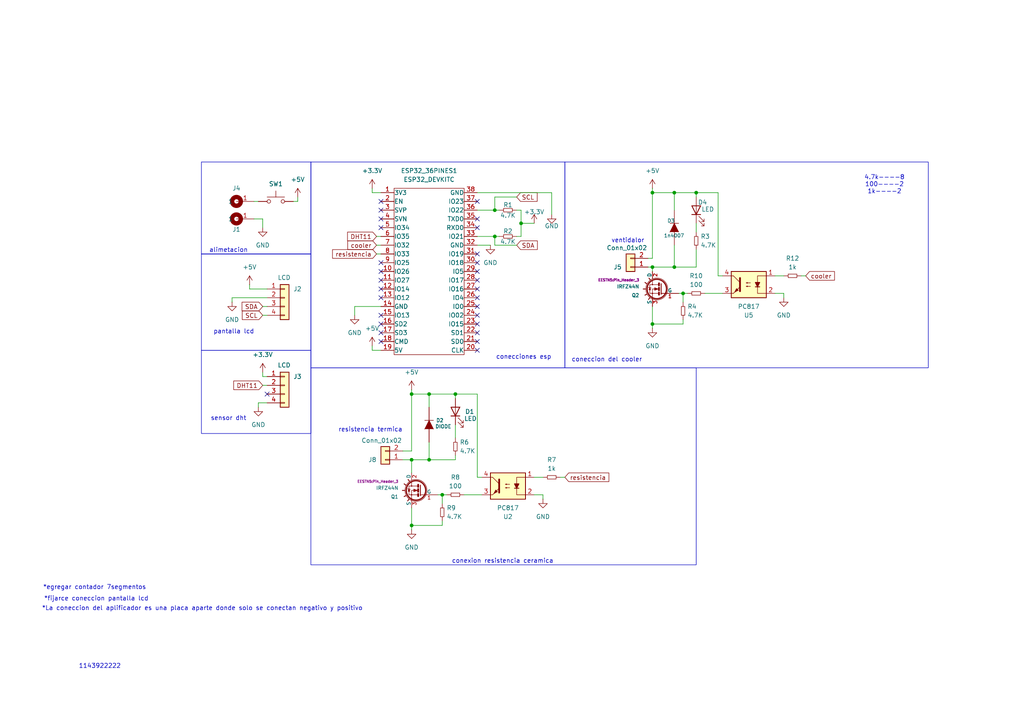
<source format=kicad_sch>
(kicad_sch (version 20231120) (generator "eeschema") (generator_version "8.0")
  (paper "A4")
  (lib_symbols
    (symbol "Connector_Generic:Conn_01x02" (pin_names (offset 1.016) hide)
      (property "Reference" "J" (at 0 2.54 0))
      (property "Value" "Conn_01x02" (at 0 -5.08 0))
      (symbol "Conn_01x02_1_1"
        (rectangle (start -1.27 -2.413) (end 0 -2.667) (stroke (width 0.1524)))
        (rectangle (start -1.27 0.127) (end 0 -0.127) (stroke (width 0.1524)))
        (rectangle (start -1.27 1.27) (end 1.27 -3.81) (stroke (width 0.254)) (fill (type background)))
        (pin passive line (at -5.08 0 0) (length 3.81) (name "Pin_1") (number "1"))
        (pin passive line (at -5.08 -2.54 0) (length 3.81) (name "Pin_2") (number "2"))
      )
    )
    (symbol "Device:LED" (pin_numbers hide) (pin_names (offset 1.016) hide)
      (property "Reference" "D" (at 0 2.54 0))
      (property "Value" "LED" (at 0 -2.54 0))
      (symbol "LED_0_1"
        (polyline (pts (xy -1.27 -1.27) (xy -1.27 1.27)) (stroke (width 0.254)))
        (polyline (pts (xy -1.27 0) (xy 1.27 0)))
        (polyline (pts (xy 1.27 -1.27) (xy 1.27 1.27) (xy -1.27 0) (xy 1.27 -1.27)) (stroke (width 0.254)))
        (polyline (pts (xy -3.048 -0.762) (xy -4.572 -2.286) (xy -3.81 -2.286) (xy -4.572 -2.286) (xy -4.572 -1.524)))
        (polyline (pts (xy -1.778 -0.762) (xy -3.302 -2.286) (xy -2.54 -2.286) (xy -3.302 -2.286) (xy -3.302 -1.524)))
      )
      (symbol "LED_1_1"
        (pin passive line (at -3.81 0 0) (length 2.54) (name "K") (number "1"))
        (pin passive line (at 3.81 0 180) (length 2.54) (name "A") (number "2"))
      )
    )
    (symbol "EESTN5:Cable_PAD" (pin_names (offset 1.016))
      (property "Reference" "J" (at 0 5.08 0))
      (symbol "Cable_PAD_0_1"
        (circle (center 0 0) (radius 1.27) (stroke (width 1.27)))
      )
      (symbol "Cable_PAD_1_1"
        (pin input line (at -5.08 0 0) (length 5.08) (name "1") (number "1"))
      )
    )
    (symbol "EESTN5:Conn_01x04" (pin_names (offset 1.016) hide)
      (property "Reference" "J" (at 0 5.08 0))
      (property "Value" "Conn_01x04" (at 0 -7.62 0))
      (symbol "Conn_01x04_1_1"
        (rectangle (start -1.27 -4.953) (end 0 -5.207) (stroke (width 0.1524)))
        (rectangle (start -1.27 -2.413) (end 0 -2.667) (stroke (width 0.1524)))
        (rectangle (start -1.27 0.127) (end 0 -0.127) (stroke (width 0.1524)))
        (rectangle (start -1.27 2.667) (end 0 2.413) (stroke (width 0.1524)))
        (rectangle (start -1.27 3.81) (end 1.27 -6.35) (stroke (width 0.254)) (fill (type background)))
        (pin passive line (at -5.08 2.54 0) (length 3.81) (name "Pin_1") (number "1"))
        (pin passive line (at -5.08 0 0) (length 3.81) (name "Pin_2") (number "2"))
        (pin passive line (at -5.08 -2.54 0) (length 3.81) (name "Pin_3") (number "3"))
        (pin passive line (at -5.08 -5.08 0) (length 3.81) (name "Pin_4") (number "4"))
      )
    )
    (symbol "EESTN5:DIODE" (pin_numbers hide) (pin_names (offset 1.016) hide)
      (property "Reference" "D" (at 0 2.54 0))
      (property "Value" "DIODE" (at 0 -2.54 0))
      (symbol "DIODE_0_1"
        (polyline (pts (xy 1.27 1.27) (xy 1.27 -1.27)) (stroke (width 0.1524)))
        (polyline (pts (xy -1.27 1.27) (xy 1.27 0) (xy -1.27 -1.27)) (fill (type outline)))
      )
      (symbol "DIODE_1_1"
        (pin passive line (at -5.08 0 0) (length 3.81) (name "A") (number "1"))
        (pin passive line (at 5.08 0 180) (length 3.81) (name "K") (number "2"))
      )
    )
    (symbol "EESTN5:ESP32_DEVKITC" (pin_names (offset 0.0254))
      (property "Reference" "U" (at 0 25.4 0))
      (property "Value" "ESP32_DEVKITC" (at 0 -25.4 0))
      (symbol "ESP32_DEVKITC_0_1"
        (rectangle (start -10.16 24.13) (end 10.16 -24.13))
      )
      (symbol "ESP32_DEVKITC_1_1"
        (pin passive line (at -13.97 22.86 0) (length 3.81) (name "3V3") (number "1"))
        (pin passive line (at -13.97 0 0) (length 3.81) (name "IO26") (number "10"))
        (pin passive line (at -13.97 -2.54 0) (length 3.81) (name "IO27") (number "11"))
        (pin passive line (at -13.97 -5.08 0) (length 3.81) (name "IO14") (number "12"))
        (pin passive line (at -13.97 -7.62 0) (length 3.81) (name "IO12") (number "13"))
        (pin passive line (at -13.97 -10.16 0) (length 3.81) (name "GND") (number "14"))
        (pin passive line (at -13.97 -12.7 0) (length 3.81) (name "IO13") (number "15"))
        (pin passive line (at -13.97 -15.24 0) (length 3.81) (name "SD2") (number "16"))
        (pin passive line (at -13.97 -17.78 0) (length 3.81) (name "SD3") (number "17"))
        (pin passive line (at -13.97 -20.32 0) (length 3.81) (name "CMD") (number "18"))
        (pin passive line (at -13.97 -22.86 0) (length 3.81) (name "5V") (number "19"))
        (pin passive line (at -13.97 20.32 0) (length 3.81) (name "EN") (number "2"))
        (pin passive line (at 13.97 -22.86 180) (length 3.81) (name "CLK") (number "20"))
        (pin passive line (at 13.97 -20.32 180) (length 3.81) (name "SD0") (number "21"))
        (pin passive line (at 13.97 -17.78 180) (length 3.81) (name "SD1") (number "22"))
        (pin passive line (at 13.97 -15.24 180) (length 3.81) (name "IO15") (number "23"))
        (pin passive line (at 13.97 -12.7 180) (length 3.81) (name "IO02") (number "24"))
        (pin passive line (at 13.97 -10.16 180) (length 3.81) (name "IO0") (number "25"))
        (pin passive line (at 13.97 -7.62 180) (length 3.81) (name "IO4") (number "26"))
        (pin passive line (at 13.97 -5.08 180) (length 3.81) (name "IO16") (number "27"))
        (pin passive line (at 13.97 -2.54 180) (length 3.81) (name "IO17") (number "28"))
        (pin passive line (at 13.97 0 180) (length 3.81) (name "IO5") (number "29"))
        (pin passive line (at -13.97 17.78 0) (length 3.81) (name "SVP") (number "3"))
        (pin passive line (at 13.97 2.54 180) (length 3.81) (name "IO18") (number "30"))
        (pin passive line (at 13.97 5.08 180) (length 3.81) (name "IO19") (number "31"))
        (pin passive line (at 13.97 7.62 180) (length 3.81) (name "GND") (number "32"))
        (pin passive line (at 13.97 10.16 180) (length 3.81) (name "IO21") (number "33"))
        (pin passive line (at 13.97 12.7 180) (length 3.81) (name "RXD0") (number "34"))
        (pin passive line (at 13.97 15.24 180) (length 3.81) (name "TXD0") (number "35"))
        (pin passive line (at 13.97 17.78 180) (length 3.81) (name "IO22") (number "36"))
        (pin passive line (at 13.97 20.32 180) (length 3.81) (name "IO23") (number "37"))
        (pin passive line (at 13.97 22.86 180) (length 3.81) (name "GND") (number "38"))
        (pin passive line (at -13.97 15.24 0) (length 3.81) (name "SVN") (number "4"))
        (pin passive line (at -13.97 12.7 0) (length 3.81) (name "IO34") (number "5"))
        (pin passive line (at -13.97 10.16 0) (length 3.81) (name "IO35") (number "6"))
        (pin passive line (at -13.97 7.62 0) (length 3.81) (name "IO32") (number "7"))
        (pin passive line (at -13.97 5.08 0) (length 3.81) (name "IO33") (number "8"))
        (pin passive line (at -13.97 2.54 0) (length 3.81) (name "IO25") (number "9"))
      )
    )
    (symbol "EESTN5:IRFZ44N" (pin_names (offset 0))
      (property "Reference" "Q" (at 0 -3.7592 0))
      (property "Value" "IRFZ44N" (at 3.81 7.62 0))
      (property "Footprint" "TO-220" (at -4.5466 2.5654 0))
      (symbol "IRFZ44N_0_1"
        (polyline (pts (xy 0.635 -1.016) (xy 0.635 -1.651)) (stroke (width 0.508)))
        (polyline (pts (xy 0.635 0.381) (xy 0.635 -0.381)) (stroke (width 0.508)))
        (polyline (pts (xy 0.635 1.651) (xy 0.635 1.016)) (stroke (width 0.508)))
        (polyline (pts (xy 3.048 0.381) (xy 2.921 0.254)))
        (polyline (pts (xy 3.048 0.381) (xy 3.556 0.381)))
        (polyline (pts (xy 3.175 2.667) (xy 3.556 3.175)) (stroke (width 0.254)))
        (polyline (pts (xy 3.302 -2.54) (xy 3.683 -3.048)) (stroke (width 0.254)))
        (polyline (pts (xy 3.556 0.381) (xy 3.683 0.508)))
        (polyline (pts (xy 4.191 -1.524) (xy 4.699 -1.778)) (stroke (width 0.254)))
        (polyline (pts (xy 4.191 1.524) (xy 4.699 1.905)) (stroke (width 0.254)))
        (polyline (pts (xy 4.572 0) (xy 5.207 0)) (stroke (width 0.254)))
        (polyline (pts (xy 0 1.524) (xy 0 -1.524) (xy 0 -1.524)) (stroke (width 0.254)))
        (polyline (pts (xy 0.762 -1.27) (xy 2.54 -1.27) (xy 2.54 -2.54) (xy 2.54 -2.54)))
        (polyline (pts (xy 0.762 1.27) (xy 2.54 1.27) (xy 2.54 2.54) (xy 2.54 2.54)))
        (polyline (pts (xy 2.54 1.27) (xy 3.302 1.27) (xy 3.302 -1.27) (xy 2.54 -1.27)))
        (polyline (pts (xy 3.302 0.381) (xy 3.048 -0.254) (xy 3.556 -0.254) (xy 3.302 0.381)) (fill (type outline)))
        (polyline (pts (xy 0.762 0) (xy 1.27 0) (xy 2.54 0) (xy 2.54 -1.27) (xy 2.54 -1.27)))
        (polyline (pts (xy 0.889 0) (xy 1.905 0.381) (xy 1.905 -0.381) (xy 0.889 0) (xy 1.016 0) (xy 1.016 0)) (fill (type outline)))
        (circle (center 1.27 0) (radius 2.8194) (stroke (width 0.3556)))
        (circle (center 1.27 0) (radius 3.175))
        (circle (center 2.54 -1.27) (radius 0.127))
        (circle (center 2.54 1.27) (radius 0.127))
      )
      (symbol "IRFZ44N_1_1"
        (pin input line (at -5.08 -1.27 0) (length 5.08) (name "G") (number "1"))
        (pin passive line (at 2.54 5.08 270) (length 2.032) (name "D") (number "2"))
        (pin passive line (at 2.54 -5.08 90) (length 2.54) (name "S") (number "3"))
      )
    )
    (symbol "EESTN5:PC817" (pin_names (offset 1.016))
      (property "Reference" "U" (at -5.08 5.08 0))
      (property "Value" "PC817" (at 0 5.08 0))
      (symbol "PC817_0_1"
        (rectangle (start -5.08 3.81) (end 5.08 -3.81) (stroke (width 0.254)) (fill (type background)))
        (polyline (pts (xy -3.175 -0.635) (xy -1.905 -0.635)) (stroke (width 0.254)))
        (polyline (pts (xy 2.54 0.635) (xy 4.445 2.54)))
        (polyline (pts (xy 4.445 -2.54) (xy 2.54 -0.635)) (fill (type outline)))
        (polyline (pts (xy 4.445 -2.54) (xy 5.08 -2.54)))
        (polyline (pts (xy 4.445 2.54) (xy 5.08 2.54)))
        (polyline (pts (xy -5.08 2.54) (xy -2.54 2.54) (xy -2.54 0.635)))
        (polyline (pts (xy -2.54 -0.635) (xy -2.54 -2.54) (xy -5.08 -2.54)))
        (polyline (pts (xy 2.54 1.905) (xy 2.54 -1.905) (xy 2.54 -1.905)) (stroke (width 0.508)))
        (polyline (pts (xy -2.54 -0.635) (xy -3.175 0.635) (xy -1.905 0.635) (xy -2.54 -0.635)) (stroke (width 0.254)) (fill (type outline)))
        (polyline (pts (xy -0.508 -0.508) (xy 0.762 -0.508) (xy 0.381 -0.635) (xy 0.381 -0.381) (xy 0.762 -0.508)))
        (polyline (pts (xy -0.508 0.508) (xy 0.762 0.508) (xy 0.381 0.381) (xy 0.381 0.635) (xy 0.762 0.508)))
        (polyline (pts (xy 3.048 -1.651) (xy 3.556 -1.143) (xy 4.064 -2.159) (xy 3.048 -1.651) (xy 3.048 -1.651)) (fill (type outline)))
      )
      (symbol "PC817_1_1"
        (pin passive line (at -7.62 2.54 0) (length 2.54) (name "~") (number "1"))
        (pin passive line (at -7.62 -2.54 0) (length 2.54) (name "~") (number "2"))
        (pin passive line (at 7.62 -2.54 180) (length 2.54) (name "~") (number "3"))
        (pin passive line (at 7.62 2.54 180) (length 2.54) (name "~") (number "4"))
      )
    )
    (symbol "EESTN5:R" (pin_numbers hide) (pin_names (offset 0))
      (property "Reference" "R" (at -1.27 0 90))
      (property "Value" "R" (at 1.27 0 90))
      (symbol "R_0_1"
        (rectangle (start 0.508 1.27) (end -0.508 -1.27))
      )
      (symbol "R_1_1"
        (pin passive line (at 0 2.54 270) (length 1.27) (name "~") (number "1"))
        (pin passive line (at 0 -2.54 90) (length 1.27) (name "~") (number "2"))
      )
    )
    (symbol "EESTN5:SW_Push" (pin_numbers hide) (pin_names (offset 1.016) hide)
      (property "Reference" "SW" (at 1.27 2.54 0))
      (symbol "SW_Push_0_1"
        (circle (center -2.032 0) (radius 0.508))
        (polyline (pts (xy 0 1.27) (xy 0 3.048)))
        (polyline (pts (xy 2.54 1.27) (xy -2.54 1.27)))
        (circle (center 2.032 0) (radius 0.508))
        (pin passive line (at -5.08 0 0) (length 2.54) (name "1") (number "1"))
        (pin passive line (at 5.08 0 180) (length 2.54) (name "2") (number "2"))
      )
    )
    (symbol "power:+3.3V" (power) (pin_numbers hide) (pin_names (offset 0) hide)
      (property "Value" "+3.3V" (at 0 3.556 0))
      (symbol "+3.3V_0_1"
        (polyline (pts (xy -0.762 1.27) (xy 0 2.54)))
        (polyline (pts (xy 0 0) (xy 0 2.54)))
        (polyline (pts (xy 0 2.54) (xy 0.762 1.27)))
      )
      (symbol "+3.3V_1_1"
        (pin power_in line (at 0 0 90) (length 0) (name "~") (number "1"))
      )
    )
    (symbol "power:+5V" (power) (pin_numbers hide) (pin_names (offset 0) hide)
      (property "Value" "+5V" (at 0 3.556 0))
      (symbol "+5V_0_1"
        (polyline (pts (xy -0.762 1.27) (xy 0 2.54)))
        (polyline (pts (xy 0 0) (xy 0 2.54)))
        (polyline (pts (xy 0 2.54) (xy 0.762 1.27)))
      )
      (symbol "+5V_1_1"
        (pin power_in line (at 0 0 90) (length 0) (name "~") (number "1"))
      )
    )
    (symbol "power:GND" (power) (pin_numbers hide) (pin_names (offset 0) hide)
      (property "Value" "GND" (at 0 -3.81 0))
      (symbol "GND_0_1"
        (polyline (pts (xy 0 0) (xy 0 -1.27) (xy 1.27 -1.27) (xy 0 -2.54) (xy -1.27 -1.27) (xy 0 -1.27)))
      )
      (symbol "GND_1_1"
        (pin power_in line (at 0 0 270) (length 0) (name "~") (number "1"))
      )
    )
  )
  (junction (at 143.51 60.96))
  (junction (at 195.58 77.47))
  (junction (at 128.27 143.51))
  (junction (at 189.23 93.98))
  (junction (at 124.46 114.3))
  (junction (at 151.13 64.77))
  (junction (at 132.08 114.3))
  (junction (at 119.38 152.4))
  (junction (at 189.23 55.88))
  (junction (at 143.51 68.58))
  (junction (at 201.93 55.88))
  (junction (at 198.12 85.09))
  (junction (at 124.46 133.35))
  (junction (at 119.38 114.3))
  (junction (at 195.58 55.88))
  (junction (at 119.38 133.35))
  (junction (at 189.23 77.47))
  (no_connect (at 138.43 93.98))
  (no_connect (at 138.43 86.36))
  (no_connect (at 110.49 99.06))
  (no_connect (at 138.43 58.42))
  (no_connect (at 110.49 83.82))
  (no_connect (at 110.49 93.98))
  (no_connect (at 138.43 76.2))
  (no_connect (at 110.49 86.36))
  (no_connect (at 138.43 78.74))
  (no_connect (at 77.47 114.3))
  (no_connect (at 138.43 73.66))
  (no_connect (at 110.49 63.5))
  (no_connect (at 110.49 91.44))
  (no_connect (at 110.49 60.96))
  (no_connect (at 138.43 101.6))
  (no_connect (at 138.43 83.82))
  (no_connect (at 110.49 96.52))
  (no_connect (at 138.43 91.44))
  (no_connect (at 138.43 66.04))
  (no_connect (at 110.49 58.42))
  (no_connect (at 110.49 76.2))
  (no_connect (at 110.49 66.04))
  (no_connect (at 110.49 81.28))
  (no_connect (at 138.43 88.9))
  (no_connect (at 138.43 99.06))
  (no_connect (at 138.43 81.28))
  (no_connect (at 138.43 96.52))
  (no_connect (at 110.49 78.74))
  (no_connect (at 138.43 63.5))
  (wire (pts (xy 187.96 77.47) (xy 189.23 77.47)))
  (wire (pts (xy 232.41 80.01) (xy 233.68 80.01)))
  (wire (pts (xy 143.51 68.58) (xy 144.78 68.58)))
  (wire (pts (xy 119.38 130.81) (xy 119.38 114.3)))
  (wire (pts (xy 189.23 77.47) (xy 195.58 77.47)))
  (wire (pts (xy 107.95 101.6) (xy 107.95 100.33)))
  (wire (pts (xy 151.13 60.96) (xy 151.13 64.77)))
  (wire (pts (xy 195.58 55.88) (xy 189.23 55.88)))
  (wire (pts (xy 162.56 138.43) (xy 163.83 138.43)))
  (wire (pts (xy 189.23 93.98) (xy 198.12 93.98)))
  (wire (pts (xy 119.38 113.03) (xy 119.38 114.3)))
  (wire (pts (xy 204.47 85.09) (xy 209.55 85.09)))
  (wire (pts (xy 128.27 151.13) (xy 128.27 152.4)))
  (wire (pts (xy 138.43 60.96) (xy 143.51 60.96)))
  (wire (pts (xy 198.12 92.71) (xy 198.12 93.98)))
  (wire (pts (xy 149.86 71.12) (xy 143.51 71.12)))
  (wire (pts (xy 110.49 88.9) (xy 102.87 88.9)))
  (wire (pts (xy 138.43 114.3) (xy 132.08 114.3)))
  (wire (pts (xy 160.02 55.88) (xy 138.43 55.88)))
  (wire (pts (xy 201.93 72.39) (xy 201.93 77.47)))
  (wire (pts (xy 224.79 80.01) (xy 227.33 80.01)))
  (wire (pts (xy 227.33 85.09) (xy 227.33 86.36)))
  (wire (pts (xy 124.46 114.3) (xy 124.46 118.11)))
  (wire (pts (xy 102.87 88.9) (xy 102.87 91.44)))
  (wire (pts (xy 201.93 55.88) (xy 201.93 57.15)))
  (wire (pts (xy 76.2 107.95) (xy 76.2 109.22)))
  (wire (pts (xy 76.2 63.5) (xy 76.2 66.04)))
  (wire (pts (xy 157.48 143.51) (xy 157.48 144.78)))
  (wire (pts (xy 151.13 60.96) (xy 149.86 60.96)))
  (wire (pts (xy 187.96 74.93) (xy 189.23 74.93)))
  (wire (pts (xy 124.46 114.3) (xy 119.38 114.3)))
  (wire (pts (xy 72.39 83.82) (xy 72.39 82.55)))
  (wire (pts (xy 109.22 73.66) (xy 110.49 73.66)))
  (wire (pts (xy 73.66 58.42) (xy 74.93 58.42)))
  (wire (pts (xy 119.38 153.67) (xy 119.38 152.4)))
  (wire (pts (xy 196.85 85.09) (xy 198.12 85.09)))
  (wire (pts (xy 116.84 130.81) (xy 119.38 130.81)))
  (wire (pts (xy 151.13 68.58) (xy 149.86 68.58)))
  (wire (pts (xy 119.38 133.35) (xy 124.46 133.35)))
  (wire (pts (xy 67.31 87.63) (xy 67.31 86.36)))
  (wire (pts (xy 208.28 80.01) (xy 209.55 80.01)))
  (wire (pts (xy 201.93 55.88) (xy 195.58 55.88)))
  (wire (pts (xy 119.38 133.35) (xy 119.38 137.16)))
  (wire (pts (xy 208.28 55.88) (xy 208.28 80.01)))
  (wire (pts (xy 74.93 116.84) (xy 74.93 118.11)))
  (wire (pts (xy 132.08 132.08) (xy 132.08 133.35)))
  (wire (pts (xy 73.66 63.5) (xy 76.2 63.5)))
  (wire (pts (xy 198.12 85.09) (xy 198.12 87.63)))
  (wire (pts (xy 72.39 83.82) (xy 77.47 83.82)))
  (wire (pts (xy 119.38 152.4) (xy 128.27 152.4)))
  (wire (pts (xy 124.46 133.35) (xy 132.08 133.35)))
  (wire (pts (xy 151.13 64.77) (xy 151.13 68.58)))
  (wire (pts (xy 189.23 95.25) (xy 189.23 93.98)))
  (wire (pts (xy 138.43 68.58) (xy 143.51 68.58)))
  (wire (pts (xy 201.93 64.77) (xy 201.93 67.31)))
  (wire (pts (xy 195.58 55.88) (xy 195.58 60.96)))
  (wire (pts (xy 195.58 77.47) (xy 201.93 77.47)))
  (wire (pts (xy 132.08 114.3) (xy 132.08 115.57)))
  (wire (pts (xy 189.23 54.61) (xy 189.23 55.88)))
  (wire (pts (xy 224.79 85.09) (xy 227.33 85.09)))
  (wire (pts (xy 109.22 71.12) (xy 110.49 71.12)))
  (wire (pts (xy 132.08 114.3) (xy 124.46 114.3)))
  (wire (pts (xy 119.38 147.32) (xy 119.38 152.4)))
  (wire (pts (xy 134.62 143.51) (xy 139.7 143.51)))
  (wire (pts (xy 76.2 88.9) (xy 77.47 88.9)))
  (wire (pts (xy 149.86 57.15) (xy 143.51 57.15)))
  (wire (pts (xy 189.23 88.9) (xy 189.23 93.98)))
  (wire (pts (xy 154.94 143.51) (xy 157.48 143.51)))
  (wire (pts (xy 74.93 116.84) (xy 77.47 116.84)))
  (wire (pts (xy 142.24 71.12) (xy 138.43 71.12)))
  (wire (pts (xy 127 143.51) (xy 128.27 143.51)))
  (wire (pts (xy 132.08 123.19) (xy 132.08 127)))
  (wire (pts (xy 85.09 58.42) (xy 86.36 58.42)))
  (wire (pts (xy 109.22 68.58) (xy 110.49 68.58)))
  (wire (pts (xy 86.36 58.42) (xy 86.36 57.15)))
  (wire (pts (xy 198.12 85.09) (xy 199.39 85.09)))
  (wire (pts (xy 107.95 54.61) (xy 107.95 55.88)))
  (wire (pts (xy 110.49 101.6) (xy 107.95 101.6)))
  (wire (pts (xy 160.02 62.23) (xy 160.02 55.88)))
  (wire (pts (xy 208.28 55.88) (xy 201.93 55.88)))
  (wire (pts (xy 76.2 91.44) (xy 77.47 91.44)))
  (wire (pts (xy 143.51 60.96) (xy 144.78 60.96)))
  (wire (pts (xy 154.94 138.43) (xy 157.48 138.43)))
  (wire (pts (xy 76.2 109.22) (xy 77.47 109.22)))
  (wire (pts (xy 189.23 74.93) (xy 189.23 55.88)))
  (wire (pts (xy 143.51 57.15) (xy 143.51 60.96)))
  (wire (pts (xy 67.31 86.36) (xy 77.47 86.36)))
  (wire (pts (xy 116.84 133.35) (xy 119.38 133.35)))
  (wire (pts (xy 128.27 143.51) (xy 128.27 146.05)))
  (wire (pts (xy 128.27 143.51) (xy 129.54 143.51)))
  (wire (pts (xy 138.43 138.43) (xy 139.7 138.43)))
  (wire (pts (xy 124.46 128.27) (xy 124.46 133.35)))
  (wire (pts (xy 195.58 71.12) (xy 195.58 77.47)))
  (wire (pts (xy 154.94 64.77) (xy 151.13 64.77)))
  (wire (pts (xy 107.95 55.88) (xy 110.49 55.88)))
  (wire (pts (xy 138.43 114.3) (xy 138.43 138.43)))
  (wire (pts (xy 189.23 77.47) (xy 189.23 78.74)))
  (wire (pts (xy 143.51 71.12) (xy 143.51 68.58)))
  (wire (pts (xy 76.2 111.76) (xy 77.47 111.76)))
  (rectangle (start 58.42 101.6) (end 90.17 125.73))
  (rectangle (start 58.42 73.66) (end 90.17 101.6))
  (rectangle (start 90.17 46.99) (end 163.83 106.68))
  (rectangle (start 90.17 106.68) (end 201.93 163.83))
  (rectangle (start 163.83 46.99) (end 269.24 106.68))
  (rectangle (start 58.42 46.99) (end 90.17 73.66))
  (text "alimetacion\n" (at 66.294 72.644 0) (effects (font (size 1.27 1.27))))
  (text "1143922222" (at 28.956 193.294 0) (effects (font (size 1.27 1.27))))
  (text "resistencia termica\n" (at 107.442 124.714 0) (effects (font (size 1.27 1.27))))
  (text "*egregar contador 7segmentos\n" (at 27.432 170.434 0) (effects (font (size 1.27 1.27))))
  (text "coneccion del cooler\n" (at 176.022 104.394 0) (effects (font (size 1.27 1.27))))
  (text "4.7k----8\n100----2\n1k----2" (at 256.54 53.594 0) (effects (font (size 1.27 1.27))))
  (text "conexion resistencia ceramica\n" (at 145.796 162.814 0) (effects (font (size 1.27 1.27))))
  (text "ventidalor" (at 182.118 69.85 0) (effects (font (size 1.27 1.27))))
  (text "*La coneccion del aplificador es una placa aparte donde solo se conectan negativo y positivo" (at 58.674 176.53 0) (effects (font (size 1.27 1.27))))
  (text "conecciones esp\n" (at 151.892 103.632 0) (effects (font (size 1.27 1.27))))
  (text "*fijarce coneccion pantalla lcd\n" (at 27.94 173.736 0) (effects (font (size 1.27 1.27))))
  (text "pantalla lcd" (at 67.818 96.266 0) (effects (font (size 1.27 1.27))))
  (text "sensor dht\n" (at 66.294 121.412 0) (effects (font (size 1.27 1.27))))
  (global_label "cooler" (shape input) (at 109.22 71.12 180) (property "Intersheetrefs" "${INTERSHEET_REFS}" (effects (hide yes))))
  (global_label "resistencia" (shape input) (at 163.83 138.43 0) (property "Intersheetrefs" "${INTERSHEET_REFS}" (effects (hide yes))))
  (global_label "SDA" (shape input) (at 149.86 71.12 0) (property "Intersheetrefs" "${INTERSHEET_REFS}" (effects (hide yes))))
  (global_label "SCL" (shape input) (at 76.2 91.44 180) (property "Intersheetrefs" "${INTERSHEET_REFS}" (effects (hide yes))))
  (global_label "DHT11" (shape input) (at 109.22 68.58 180) (property "Intersheetrefs" "${INTERSHEET_REFS}" (effects (hide yes))))
  (global_label "cooler" (shape input) (at 233.68 80.01 0) (property "Intersheetrefs" "${INTERSHEET_REFS}" (effects (hide yes))))
  (global_label "SDA" (shape input) (at 76.2 88.9 180) (property "Intersheetrefs" "${INTERSHEET_REFS}" (effects (hide yes))))
  (global_label "DHT11" (shape input) (at 76.2 111.76 180) (property "Intersheetrefs" "${INTERSHEET_REFS}" (effects (hide yes))))
  (global_label "SCL" (shape input) (at 149.86 57.15 0) (property "Intersheetrefs" "${INTERSHEET_REFS}" (effects (hide yes))))
  (global_label "resistencia" (shape input) (at 109.22 73.66 180) (property "Intersheetrefs" "${INTERSHEET_REFS}" (effects (hide yes))))
  (symbol (lib_id "EESTN5:R") (at 201.93 69.85 180) (unit 1)
    (property "Reference" "R3" (at 203.2 68.5799 0) (effects (justify right)))
    (property "Value" "4.7K" (at 203.2 71.1199 0) (effects (justify right)))
    (property "Footprint" "EESTN5:R_1206" (effects (hide yes)))
    (property "Description" "Resistor" (effects (hide yes)))
  )
  (symbol (lib_id "power:GND") (at 157.48 144.78 0) (unit 1)
    (property "Reference" "#PWR015" (effects (hide yes)))
    (property "Value" "GND" (at 157.48 149.86 0))
    (property "Description" "Power symbol creates a global label with name \"GND\" , ground" (effects (hide yes)))
  )
  (symbol (lib_id "EESTN5:R") (at 160.02 138.43 90) (unit 1)
    (property "Reference" "R7" (at 160.02 133.35 90))
    (property "Value" "1k" (at 160.02 135.89 90))
    (property "Footprint" "EESTN5:R_0805" (effects (hide yes)))
    (property "Description" "Resistor" (effects (hide yes)))
  )
  (symbol (lib_id "EESTN5:Conn_01x04") (at 82.55 86.36 0) (unit 1)
    (property "Reference" "J2" (at 85.09 83.82 0) (effects (justify left)))
    (property "Value" "LCD" (at 80.518 80.518 0) (effects (justify left)))
    (property "Footprint" "EESTN5:pin_strip_4" (effects (hide yes)))
    (property "Description" "Generic connector, single row, 01x04" (effects (hide yes)))
  )
  (symbol (lib_id "EESTN5:R") (at 132.08 143.51 90) (unit 1)
    (property "Reference" "R8" (at 132.08 138.43 90))
    (property "Value" "100" (at 132.08 140.97 90))
    (property "Footprint" "EESTN5:R_0805" (effects (hide yes)))
    (property "Description" "Resistor" (effects (hide yes)))
  )
  (symbol (lib_id "EESTN5:Cable_PAD") (at 68.58 63.5 180) (unit 1)
    (property "Reference" "J1" (at 68.58 66.548 0))
    (property "Value" "Cable_PAD" (effects (hide yes)))
    (property "Footprint" "EESTN5:Cable_1,5mm" (effects (hide yes)))
    (property "Description" "Solder Pad for cable connection" (effects (hide yes)))
  )
  (symbol (lib_id "Device:LED") (at 201.93 60.96 90) (unit 1)
    (property "Reference" "D4" (at 202.438 58.674 90) (effects (justify right)))
    (property "Value" "LED" (at 203.454 60.706 90) (effects (justify right)))
    (property "Footprint" "EESTN5:led_5mm_clear" (effects (hide yes)))
    (property "Description" "Light emitting diode" (effects (hide yes)))
  )
  (symbol (lib_id "EESTN5:SW_Push") (at 80.01 58.42 0) (unit 1)
    (property "Reference" "SW1" (at 80.01 53.34 0))
    (property "Value" "SW_Push" (effects (hide yes)))
    (property "Footprint" "EESTN5:Pin_Header_2" (effects (hide yes)))
    (property "Description" "Push button switch, generic, two pins" (effects (hide yes)))
  )
  (symbol (lib_id "power:+5V") (at 107.95 100.33 0) (unit 1)
    (property "Reference" "#PWR010" (effects (hide yes)))
    (property "Value" "+5V" (at 107.95 95.25 0))
    (property "Description" "Power symbol creates a global label with name \"+5V\"" (effects (hide yes)))
  )
  (symbol (lib_id "EESTN5:IRFZ44N") (at 121.92 142.24 0) (mirror y) (unit 1)
    (property "Reference" "Q1" (at 115.57 144.0816 0) (effects (font (size 1.016 1.016)) (justify left)))
    (property "Value" "IRFZ44N" (at 115.57 141.5416 0) (effects (font (size 1.016 1.016)) (justify left)))
    (property "Footprint" "EESTN5:Pin_Header_3" (at 115.57 139.6365 0) (effects (font (size 0.7366 0.7366)) (justify left)))
  )
  (symbol (lib_id "power:GND") (at 102.87 91.44 0) (unit 1)
    (property "Reference" "#PWR09" (effects (hide yes)))
    (property "Value" "GND" (at 102.87 96.52 0))
    (property "Description" "Power symbol creates a global label with name \"GND\" , ground" (effects (hide yes)))
  )
  (symbol (lib_id "power:GND") (at 74.93 118.11 0) (unit 1)
    (property "Reference" "#PWR06" (effects (hide yes)))
    (property "Value" "GND" (at 74.93 123.19 0))
    (property "Description" "Power symbol creates a global label with name \"GND\" , ground" (effects (hide yes)))
  )
  (symbol (lib_id "power:GND") (at 160.02 62.23 0) (unit 1)
    (property "Reference" "#PWR013" (effects (hide yes)))
    (property "Value" "GND" (at 160.02 65.532 0))
    (property "Description" "Power symbol creates a global label with name \"GND\" , ground" (effects (hide yes)))
  )
  (symbol (lib_id "power:+5V") (at 189.23 54.61 0) (unit 1)
    (property "Reference" "#PWR016" (effects (hide yes)))
    (property "Value" "+5V" (at 189.23 49.53 0))
    (property "Description" "Power symbol creates a global label with name \"+5V\"" (effects (hide yes)))
  )
  (symbol (lib_id "power:GND") (at 227.33 86.36 0) (unit 1)
    (property "Reference" "#PWR017" (effects (hide yes)))
    (property "Value" "GND" (at 227.33 91.44 0))
    (property "Description" "Power symbol creates a global label with name \"GND\" , ground" (effects (hide yes)))
  )
  (symbol (lib_id "power:+3.3V") (at 76.2 107.95 0) (unit 1)
    (property "Reference" "#PWR05" (effects (hide yes)))
    (property "Value" "+3.3V" (at 76.2 102.87 0))
    (property "Description" "Power symbol creates a global label with name \"+3.3V\"" (effects (hide yes)))
  )
  (symbol (lib_id "power:GND") (at 76.2 66.04 0) (unit 1)
    (property "Reference" "#PWR02" (effects (hide yes)))
    (property "Value" "GND" (at 76.2 71.12 0))
    (property "Description" "Power symbol creates a global label with name \"GND\" , ground" (effects (hide yes)))
  )
  (symbol (lib_id "EESTN5:DIODE") (at 124.46 123.19 90) (unit 1)
    (property "Reference" "D2" (at 126.492 121.92 90) (effects (font (size 1.016 1.016)) (justify right)))
    (property "Value" "DIODE" (at 126.238 123.698 90) (effects (font (size 1.016 1.016)) (justify right)))
    (property "Footprint" "Diode_SMD:D_SMA" (effects (hide yes)))
  )
  (symbol (lib_id "power:GND") (at 119.38 153.67 0) (unit 1)
    (property "Reference" "#PWR04" (effects (hide yes)))
    (property "Value" "GND" (at 119.38 158.75 0))
    (property "Description" "Power symbol creates a global label with name \"GND\" , ground" (effects (hide yes)))
  )
  (symbol (lib_id "EESTN5:ESP32_DEVKITC") (at 124.46 78.74 0) (unit 1)
    (property "Reference" "ESP32_36PINES1" (at 124.46 49.53 0))
    (property "Value" "ESP32_DEVKITC" (at 124.46 52.07 0))
    (property "Footprint" "EESTN5:ESP32S" (effects (hide yes)))
    (property "Description" "ESP32-DEVKITC" (effects (hide yes)))
  )
  (symbol (lib_id "EESTN5:R") (at 147.32 60.96 90) (unit 1)
    (property "Reference" "R1" (at 147.32 59.436 90))
    (property "Value" "4.7K" (at 147.32 62.484 90))
    (property "Footprint" "EESTN5:R_0805" (effects (hide yes)))
    (property "Description" "Resistor" (effects (hide yes)))
  )
  (symbol (lib_id "EESTN5:PC817") (at 147.32 140.97 0) (mirror y) (unit 1)
    (property "Reference" "U2" (at 147.32 149.86 0))
    (property "Value" "PC817" (at 147.32 147.32 0))
    (property "Footprint" "Package_DIP:DIP-4_W7.62mm_LongPads" (effects (hide yes)))
    (property "Datasheet" "http://www.soselectronic.cz/a_info/resource/d/pc817.pdf" (effects (hide yes)))
    (property "Description" "DC Optocoupler, Vce 35V, CTR 50-300%, DIP4" (effects (hide yes)))
  )
  (symbol (lib_id "EESTN5:PC817") (at 217.17 82.55 0) (mirror y) (unit 1)
    (property "Reference" "U5" (at 217.17 91.44 0))
    (property "Value" "PC817" (at 217.17 88.9 0))
    (property "Footprint" "Package_DIP:DIP-4_W7.62mm_LongPads" (effects (hide yes)))
    (property "Datasheet" "http://www.soselectronic.cz/a_info/resource/d/pc817.pdf" (effects (hide yes)))
    (property "Description" "DC Optocoupler, Vce 35V, CTR 50-300%, DIP4" (effects (hide yes)))
  )
  (symbol (lib_id "EESTN5:R") (at 128.27 148.59 180) (unit 1)
    (property "Reference" "R9" (at 129.54 147.3199 0) (effects (justify right)))
    (property "Value" "4.7K" (at 129.54 149.8599 0) (effects (justify right)))
    (property "Footprint" "EESTN5:R_0805" (effects (hide yes)))
    (property "Description" "Resistor" (effects (hide yes)))
  )
  (symbol (lib_id "power:+5V") (at 72.39 82.55 0) (unit 1)
    (property "Reference" "#PWR03" (effects (hide yes)))
    (property "Value" "+5V" (at 72.39 77.47 0))
    (property "Description" "Power symbol creates a global label with name \"+5V\"" (effects (hide yes)))
  )
  (symbol (lib_id "power:+3.3V") (at 107.95 54.61 0) (unit 1)
    (property "Reference" "#PWR014" (effects (hide yes)))
    (property "Value" "+3.3V" (at 107.95 49.53 0))
    (property "Description" "Power symbol creates a global label with name \"+3.3V\"" (effects (hide yes)))
  )
  (symbol (lib_id "Device:LED") (at 132.08 119.38 90) (unit 1)
    (property "Reference" "D1" (at 134.874 119.38 90) (effects (justify right)))
    (property "Value" "LED" (at 134.62 121.412 90) (effects (justify right)))
    (property "Footprint" "EESTN5:led_5mm_clear" (effects (hide yes)))
    (property "Description" "Light emitting diode" (effects (hide yes)))
  )
  (symbol (lib_id "EESTN5:R") (at 201.93 85.09 90) (unit 1)
    (property "Reference" "R10" (at 201.93 80.01 90))
    (property "Value" "100" (at 201.93 82.55 90))
    (property "Footprint" "EESTN5:R_0805" (effects (hide yes)))
    (property "Description" "Resistor" (effects (hide yes)))
  )
  (symbol (lib_id "power:GND") (at 142.24 71.12 0) (unit 1)
    (property "Reference" "#PWR011" (effects (hide yes)))
    (property "Value" "GND" (at 142.24 76.2 0))
    (property "Description" "Power symbol creates a global label with name \"GND\" , ground" (effects (hide yes)))
  )
  (symbol (lib_id "EESTN5:R") (at 198.12 90.17 180) (unit 1)
    (property "Reference" "R4" (at 199.39 88.8999 0) (effects (justify right)))
    (property "Value" "4.7K" (at 199.39 91.4399 0) (effects (justify right)))
    (property "Footprint" "EESTN5:R_0805" (effects (hide yes)))
    (property "Description" "Resistor" (effects (hide yes)))
  )
  (symbol (lib_id "power:GND") (at 189.23 95.25 0) (unit 1)
    (property "Reference" "#PWR07" (effects (hide yes)))
    (property "Value" "GND" (at 189.23 100.33 0))
    (property "Description" "Power symbol creates a global label with name \"GND\" , ground" (effects (hide yes)))
  )
  (symbol (lib_id "power:+5V") (at 86.36 57.15 0) (unit 1)
    (property "Reference" "#PWR01" (effects (hide yes)))
    (property "Value" "+5V" (at 86.36 52.07 0))
    (property "Description" "Power symbol creates a global label with name \"+5V\"" (effects (hide yes)))
  )
  (symbol (lib_id "EESTN5:R") (at 147.32 68.58 90) (unit 1)
    (property "Reference" "R2" (at 147.32 67.056 90))
    (property "Value" "4.7K" (at 147.32 70.104 90))
    (property "Footprint" "EESTN5:R_0805" (effects (hide yes)))
    (property "Description" "Resistor" (effects (hide yes)))
  )
  (symbol (lib_id "power:+5V") (at 119.38 113.03 0) (unit 1)
    (property "Reference" "#PWR018" (effects (hide yes)))
    (property "Value" "+5V" (at 119.38 107.95 0))
    (property "Description" "Power symbol creates a global label with name \"+5V\"" (effects (hide yes)))
  )
  (symbol (lib_id "power:GND") (at 67.31 87.63 0) (unit 1)
    (property "Reference" "#PWR08" (effects (hide yes)))
    (property "Value" "GND" (at 67.31 92.71 0))
    (property "Description" "Power symbol creates a global label with name \"GND\" , ground" (effects (hide yes)))
  )
  (symbol (lib_id "EESTN5:Cable_PAD") (at 68.58 58.42 180) (unit 1)
    (property "Reference" "J4" (at 68.58 54.61 0))
    (property "Value" "Cable_PAD" (effects (hide yes)))
    (property "Footprint" "EESTN5:Cable_1,5mm" (effects (hide yes)))
    (property "Description" "Solder Pad for cable connection" (effects (hide yes)))
  )
  (symbol (lib_id "EESTN5:DIODE") (at 195.58 66.04 90) (unit 1)
    (property "Reference" "D3" (at 193.548 64.008 90) (effects (font (size 1.016 1.016)) (justify right)))
    (property "Value" "1n4007" (at 192.532 68.326 90) (effects (font (size 1.016 1.016)) (justify right)))
    (property "Footprint" "Diode_SMD:D_SMA" (effects (hide yes)))
  )
  (symbol (lib_id "EESTN5:R") (at 132.08 129.54 180) (unit 1)
    (property "Reference" "R6" (at 133.35 128.2699 0) (effects (justify right)))
    (property "Value" "4.7K" (at 133.35 130.8099 0) (effects (justify right)))
    (property "Footprint" "EESTN5:R_1206" (effects (hide yes)))
    (property "Description" "Resistor" (effects (hide yes)))
  )
  (symbol (lib_id "EESTN5:Conn_01x04") (at 82.55 111.76 0) (unit 1)
    (property "Reference" "J3" (at 85.09 109.22 0) (effects (justify left)))
    (property "Value" "LCD" (at 80.518 105.918 0) (effects (justify left)))
    (property "Footprint" "EESTN5:pin_strip_4" (effects (hide yes)))
    (property "Description" "Generic connector, single row, 01x04" (effects (hide yes)))
  )
  (symbol (lib_id "Connector_Generic:Conn_01x02") (at 182.88 77.47 180) (unit 1)
    (property "Reference" "J5" (at 180.34 77.4701 0) (effects (justify left)))
    (property "Value" "Conn_01x02" (at 187.706 71.882 0) (effects (justify left)))
    (property "Footprint" "Connector_JST:JST_EH_B2B-EH-A_1x02_P2.50mm_Vertical" (effects (hide yes)))
    (property "Description" "Generic connector, single row, 01x02, script generated (kicad-library-utils/schlib/autogen/connector/)" (effects (hide yes)))
  )
  (symbol (lib_id "power:+3.3V") (at 154.94 64.77 0) (unit 1)
    (property "Reference" "#PWR012" (effects (hide yes)))
    (property "Value" "+3.3V" (at 154.94 61.468 0))
    (property "Description" "Power symbol creates a global label with name \"+3.3V\"" (effects (hide yes)))
  )
  (symbol (lib_id "EESTN5:R") (at 229.87 80.01 90) (unit 1)
    (property "Reference" "R12" (at 229.87 74.93 90))
    (property "Value" "1k" (at 229.87 77.47 90))
    (property "Footprint" "EESTN5:R_0805" (effects (hide yes)))
    (property "Description" "Resistor" (effects (hide yes)))
  )
  (symbol (lib_id "Connector_Generic:Conn_01x02") (at 111.76 133.35 180) (unit 1)
    (property "Reference" "J8" (at 109.22 133.3501 0) (effects (justify left)))
    (property "Value" "Conn_01x02" (at 116.586 127.762 0) (effects (justify left)))
    (property "Footprint" "Connector_JST:JST_EH_B2B-EH-A_1x02_P2.50mm_Vertical" (effects (hide yes)))
    (property "Description" "Generic connector, single row, 01x02, script generated (kicad-library-utils/schlib/autogen/connector/)" (effects (hide yes)))
  )
  (symbol (lib_id "EESTN5:IRFZ44N") (at 191.77 83.82 0) (mirror y) (unit 1)
    (property "Reference" "Q2" (at 185.42 85.6616 0) (effects (font (size 1.016 1.016)) (justify left)))
    (property "Value" "IRFZ44N" (at 185.42 83.1216 0) (effects (font (size 1.016 1.016)) (justify left)))
    (property "Footprint" "EESTN5:Pin_Header_3" (at 185.42 81.2165 0) (effects (font (size 0.7366 0.7366)) (justify left)))
  )
)
</source>
